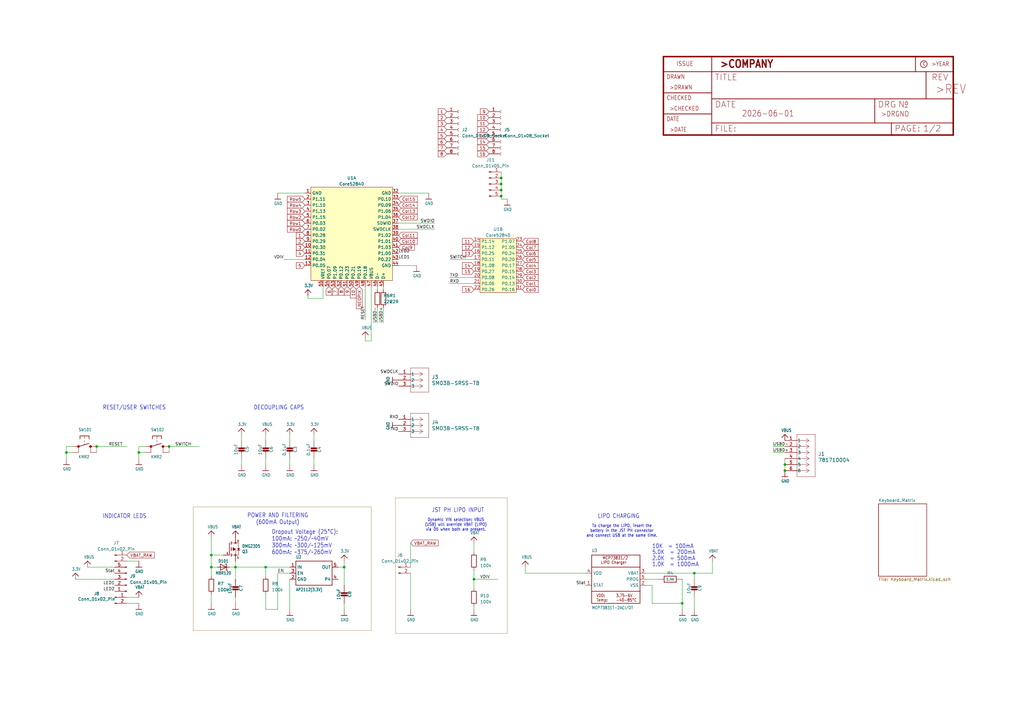
<source format=kicad_sch>
(kicad_sch (version 20231120) (generator "eeschema") (generator_version "8.0")
  (paper "User" 430.809 298.45)
  (junction (at 210.82 77.47))
  (junction (at 210.82 80.01))
  (junction (at 330.2 198.12))
  (junction (at 71.12 187.96))
  (junction (at 199.39 243.84))
  (junction (at 27.94 190.5))
  (junction (at 210.82 74.93))
  (junction (at 287.02 254))
  (junction (at 292.1 241.3))
  (junction (at 330.2 195.58))
  (junction (at 144.78 238.76))
  (junction (at 99.06 238.76))
  (junction (at 58.42 190.5))
  (junction (at 88.9 238.76))
  (junction (at 111.76 238.76))
  (junction (at 88.9 233.68))
  (junction (at 40.64 187.96))
  (junction (at 210.82 82.55))
  (wire (pts (xy 167.64 93.98) (xy 182.88 93.98)))
  (wire (pts (xy 71.12 187.96) (xy 83.82 187.96)) (stroke (width 0.1524)))
  (wire (pts (xy 153.67 143.51) (xy 153.67 142.24)))
  (wire (pts (xy 292.1 241.3) (xy 271.78 241.3)) (stroke (width 0.1524)))
  (wire (pts (xy 132.08 185.42) (xy 132.08 182.88)) (stroke (width 0.1524)))
  (wire (pts (xy 199.39 243.84) (xy 209.55 243.84)) (stroke (width 0.1524)))
  (wire (pts (xy 101.6 185.42) (xy 101.6 182.88)) (stroke (width 0.1524)))
  (wire (pts (xy 99.06 238.76) (xy 111.76 238.76)) (stroke (width 0.1524)))
  (wire (pts (xy 144.78 238.76) (xy 144.78 236.22)) (stroke (width 0.1524)))
  (wire (pts (xy 299.72 236.22) (xy 299.72 241.3)) (stroke (width 0.1524)))
  (wire (pts (xy 292.1 241.3) (xy 299.72 241.3)) (stroke (width 0.1524)))
  (wire (pts (xy 116.84 81.28) (xy 128.27 81.28)))
  (wire (pts (xy 88.9 238.76) (xy 88.9 242.57)) (stroke (width 0.1524)))
  (wire (pts (xy 210.82 77.47) (xy 210.82 80.01)))
  (wire (pts (xy 199.39 255.27) (xy 199.39 256.54)))
  (wire (pts (xy 116.84 256.54) (xy 111.76 256.54)) (stroke (width 0.1524)))
  (wire (pts (xy 99.06 236.22) (xy 99.06 238.76)) (stroke (width 0.1524)))
  (wire (pts (xy 60.96 190.5) (xy 58.42 190.5)) (stroke (width 0.1524)))
  (wire (pts (xy 210.82 80.01) (xy 210.82 82.55)))
  (wire (pts (xy 210.82 83.82) (xy 213.36 83.82)))
  (wire (pts (xy 129.54 125.73) (xy 135.89 125.73)))
  (wire (pts (xy 40.64 187.96) (xy 40.64 190.5)) (stroke (width 0.1524)))
  (wire (pts (xy 220.98 241.3) (xy 246.38 241.3)) (stroke (width 0.1524)))
  (wire (pts (xy 88.9 250.19) (xy 88.9 251.46)))
  (wire (pts (xy 53.34 236.22) (xy 58.42 236.22)))
  (wire (pts (xy 88.9 238.76) (xy 88.9 233.68)) (stroke (width 0.1524)))
  (wire (pts (xy 144.78 246.38) (xy 144.78 238.76)) (stroke (width 0.1524)))
  (wire (pts (xy 325.12 190.5) (xy 330.2 190.5)))
  (wire (pts (xy 158.75 135.89) (xy 158.75 132.08)) (stroke (width 0.1524)))
  (wire (pts (xy 121.92 193.04) (xy 121.92 195.58)) (stroke (width 0.1524)))
  (wire (pts (xy 119.38 109.22) (xy 128.27 109.22)))
  (wire (pts (xy 30.48 187.96) (xy 27.94 187.96)) (stroke (width 0.1524)))
  (wire (pts (xy 271.78 243.84) (xy 276.86 243.84)) (stroke (width 0.1524)))
  (wire (pts (xy 330.2 193.04) (xy 330.2 195.58)))
  (wire (pts (xy 153.67 143.51) (xy 156.21 143.51)))
  (wire (pts (xy 111.76 185.42) (xy 111.76 182.88)) (stroke (width 0.1524)))
  (wire (pts (xy 199.39 240.03) (xy 199.39 243.84)) (stroke (width 0.1524)))
  (wire (pts (xy 158.75 129.54) (xy 158.75 132.08)))
  (wire (pts (xy 271.78 246.38) (xy 274.32 246.38)) (stroke (width 0.1524)))
  (wire (pts (xy 71.12 187.96) (xy 71.12 190.5)) (stroke (width 0.1524)))
  (wire (pts (xy 156.21 120.65) (xy 156.21 143.51)))
  (wire (pts (xy 111.76 193.04) (xy 111.76 195.58)) (stroke (width 0.1524)))
  (wire (pts (xy 330.2 195.58) (xy 330.2 198.12)))
  (wire (pts (xy 30.48 190.5) (xy 27.94 190.5)) (stroke (width 0.1524)))
  (wire (pts (xy 53.34 254) (xy 58.42 254)))
  (wire (pts (xy 27.94 187.96) (xy 27.94 190.5)) (stroke (width 0.1524)))
  (wire (pts (xy 93.98 233.68) (xy 88.9 233.68)) (stroke (width 0.1524)))
  (wire (pts (xy 210.82 72.39) (xy 210.82 74.93)))
  (wire (pts (xy 142.24 238.76) (xy 144.78 238.76)) (stroke (width 0.1524)))
  (wire (pts (xy 88.9 233.68) (xy 88.9 226.06)) (stroke (width 0.1524)))
  (wire (pts (xy 167.64 96.52) (xy 182.88 96.52)))
  (wire (pts (xy 121.92 238.76) (xy 111.76 238.76)) (stroke (width 0.1524)))
  (wire (pts (xy 325.12 187.96) (xy 330.2 187.96)))
  (wire (pts (xy 121.92 243.84) (xy 121.92 256.54)) (stroke (width 0.1524)))
  (wire (pts (xy 96.52 238.76) (xy 99.06 238.76)) (stroke (width 0.1524)))
  (wire (pts (xy 199.39 243.84) (xy 199.39 247.65)) (stroke (width 0.1524)))
  (wire (pts (xy 58.42 251.46) (xy 53.34 251.46)))
  (wire (pts (xy 88.9 254) (xy 88.9 251.46)) (stroke (width 0.1524)))
  (wire (pts (xy 58.42 187.96) (xy 58.42 190.5)) (stroke (width 0.1524)))
  (wire (pts (xy 58.42 190.5) (xy 58.42 193.04)) (stroke (width 0.1524)))
  (wire (pts (xy 287.02 254) (xy 287.02 256.54)) (stroke (width 0.1524)))
  (wire (pts (xy 199.39 116.84) (xy 189.23 116.84)) (stroke (width 0.1524)))
  (wire (pts (xy 27.94 190.5) (xy 27.94 193.04)) (stroke (width 0.1524)))
  (wire (pts (xy 167.64 111.76) (xy 175.26 111.76)))
  (wire (pts (xy 199.39 119.38) (xy 189.23 119.38)) (stroke (width 0.1524)))
  (wire (pts (xy 111.76 256.54) (xy 111.76 251.46)) (stroke (width 0.1524)))
  (wire (pts (xy 158.75 121.92) (xy 158.75 120.65)))
  (wire (pts (xy 274.32 246.38) (xy 274.32 254)) (stroke (width 0.1524)))
  (wire (pts (xy 161.29 121.92) (xy 161.29 120.65)))
  (wire (pts (xy 121.92 241.3) (xy 116.84 241.3)) (stroke (width 0.1524)))
  (wire (pts (xy 60.96 187.96) (xy 58.42 187.96)) (stroke (width 0.1524)))
  (wire (pts (xy 36.83 238.76) (xy 48.26 238.76)))
  (wire (pts (xy 210.82 74.93) (xy 210.82 77.47)))
  (wire (pts (xy 161.29 132.08) (xy 161.29 135.89)) (stroke (width 0.1524)))
  (wire (pts (xy 111.76 238.76) (xy 111.76 242.57)) (stroke (width 0.1524)))
  (wire (pts (xy 172.72 241.3) (xy 172.72 256.54)))
  (wire (pts (xy 161.29 129.54) (xy 161.29 132.08)))
  (wire (pts (xy 99.06 251.46) (xy 99.06 254)) (stroke (width 0.1524)))
  (wire (pts (xy 121.92 185.42) (xy 121.92 182.88)) (stroke (width 0.1524)))
  (wire (pts (xy 153.67 120.65) (xy 153.67 134.62)))
  (wire (pts (xy 132.08 193.04) (xy 132.08 195.58)) (stroke (width 0.1524)))
  (wire (pts (xy 210.82 82.55) (xy 210.82 83.82)))
  (wire (pts (xy 292.1 251.46) (xy 292.1 256.54)) (stroke (width 0.1524)))
  (wire (pts (xy 135.89 125.73) (xy 135.89 120.65)))
  (wire (pts (xy 101.6 193.04) (xy 101.6 195.58)) (stroke (width 0.1524)))
  (wire (pts (xy 40.64 187.96) (xy 53.34 187.96)) (stroke (width 0.1524)))
  (wire (pts (xy 292.1 243.84) (xy 292.1 241.3)) (stroke (width 0.1524)))
  (wire (pts (xy 116.84 241.3) (xy 116.84 256.54)) (stroke (width 0.1524)))
  (wire (pts (xy 167.64 81.28) (xy 180.34 81.28)))
  (wire (pts (xy 287.02 243.84) (xy 287.02 254)) (stroke (width 0.1524)))
  (wire (pts (xy 220.98 238.76) (xy 220.98 241.3)) (stroke (width 0.1524)))
  (wire (pts (xy 199.39 228.6) (xy 199.39 232.41)) (stroke (width 0.1524)))
  (wire (pts (xy 31.75 243.84) (xy 48.26 243.84)))
  (wire (pts (xy 199.39 109.22) (xy 189.23 109.22)) (stroke (width 0.1524)))
  (wire (pts (xy 91.44 238.76) (xy 88.9 238.76)) (stroke (width 0.1524)))
  (wire (pts (xy 99.06 243.84) (xy 99.06 238.76)) (stroke (width 0.1524)))
  (wire (pts (xy 111.76 250.19) (xy 111.76 251.46)))
  (wire (pts (xy 172.72 228.6) (xy 172.72 238.76)))
  (wire (pts (xy 129.54 124.46) (xy 129.54 125.73)))
  (wire (pts (xy 274.32 254) (xy 287.02 254)) (stroke (width 0.1524)))
  (wire (pts (xy 144.78 254) (xy 144.78 256.54)) (stroke (width 0.1524)))
  (rectangle (start 81.28 213.36) (end 156.21 265.43) (stroke (width 0.1) (color 128 77 0 1)))
  (rectangle (start 166.37 209.55) (end 213.36 266.7) (stroke (width 0.1) (color 128 77 0 1)))
  (text "Dynamic VIN selection: VBUS\n(USB) will override VBAT (LIPO)\nvia D5 when both are present." (at 191.77 220.98 0) (effects (font (size 1.27 1.0795))))
  (text "To charge the LIPO, insert the\nbattery in the JST PH connector\nand connect USB at the same time." (at 261.62 223.52 0) (effects (font (size 1.27 1.0795))))
  (text "POWER AND FILTERING\n(600mA Output)" (at 116.84 220.98 0) (effects (font (size 1.778 1.5113)) (justify bottom)))
  (text "1.0K  = 1000mA" (at 274.32 238.76 0) (effects (font (size 1.778 1.5113)) (justify left bottom)))
  (text "INDICATOR LEDS" (at 43.18 218.44 0) (effects (font (size 1.778 1.5113)) (justify left bottom)))
  (text "5.0K  = 200mA" (at 274.32 233.68 0) (effects (font (size 1.778 1.5113)) (justify left bottom)))
  (text "LIPO CHARGING" (at 251.46 218.44 0) (effects (font (size 1.778 1.5113)) (justify left bottom)))
  (text "RESET/USER SWITCHES" (at 43.18 172.72 0) (effects (font (size 1.778 1.5113)) (justify left bottom)))
  (text "10K  = 100mA" (at 274.32 231.14 0) (effects (font (size 1.778 1.5113)) (justify left bottom)))
  (text "2.0K  = 500mA" (at 274.32 236.22 0) (effects (font (size 1.778 1.5113)) (justify left bottom)))
  (text "JST PH LIPO INPUT" (at 181.61 215.9 0) (effects (font (size 1.778 1.5113)) (justify left bottom)))
  (text "Dropout Voltage (25°C):\n100mA: ~250/~40mV\n300mA: ~300/~125mV\n600mA: ~375/~260mV" (at 114.3 233.68 0) (effects (font (size 1.778 1.5113)) (justify left bottom)))
  (text "DECOUPLING CAPS" (at 106.68 172.72 0) (effects (font (size 1.778 1.5113)) (justify left bottom)))
  (label "RXD" (at 189.23 119.38 0) (effects (font (size 1.2446 1.2446))))
  (label "USBD+" (at 161.29 135.89 90) (effects (font (size 1.2446 1.2446))))
  (label "TXD" (at 167.64 181.61 180) (effects (font (size 1.2446 1.2446))))
  (label "RESET" (at 153.67 134.62 90) (effects (font (size 1.2446 1.2446))))
  (label "TXD" (at 189.23 116.84 0) (effects (font (size 1.2446 1.2446))))
  (label "SWDCLK" (at 182.88 96.52 180))
  (label "LED1" (at 48.26 246.38 180) (effects (font (size 1.2446 1.2446))))
  (label "SWITCH" (at 189.23 109.22 0) (effects (font (size 1.2446 1.2446))))
  (label "VDIV" (at 201.93 243.84 0) (effects (font (size 1.2446 1.2446))))
  (label "RESET" (at 45.72 187.96 0) (effects (font (size 1.2446 1.2446))))
  (label "SWDIO" (at 182.88 93.98 180))
  (label "USBD-" (at 158.75 135.89 90) (effects (font (size 1.2446 1.2446))))
  (label "LED2" (at 167.64 106.68 0) (effects (font (size 1.2446 1.2446))))
  (label "USBD-" (at 325.12 187.96 0) (effects (font (size 1.2446 1.2446))))
  (label "USBD+" (at 325.12 190.5 0) (effects (font (size 1.2446 1.2446))))
  (label "SWITCH" (at 73.66 187.96 0) (effects (font (size 1.2446 1.2446))))
  (label "SWDIO" (at 167.64 162.56 180))
  (label "SWDCLK" (at 167.64 157.48 180))
  (label "EN" (at 116.84 241.3 0) (effects (font (size 1.2446 1.2446))))
  (label "LED2" (at 48.26 248.92 180) (effects (font (size 1.2446 1.2446))))
  (label "LED1" (at 167.64 109.22 0) (effects (font (size 1.2446 1.2446))))
  (label "RXD" (at 167.64 176.53 180) (effects (font (size 1.2446 1.2446))))
  (label "Stat" (at 48.26 241.3 180))
  (label "Stat" (at 246.38 246.38 180))
  (label "VDIV" (at 119.38 109.22 180) (effects (font (size 1.2446 1.2446))))
  (global_label "NEOPIX" (shape input) (at 151.13 120.65 270) (property "Intersheetrefs" "${INTERSHEET_REFS}" (effects (hide yes))))
  (global_label "Col6" (shape input) (at 219.71 106.68 0) (property "Intersheetrefs" "${INTERSHEET_REFS}" (effects (hide yes))))
  (global_label "15" (shape input) (at 205.74 62.23 180) (property "Intersheetrefs" "${INTERSHEET_REFS}" (effects (hide yes))))
  (global_label "Col14" (shape input) (at 167.64 86.36 0) (property "Intersheetrefs" "${INTERSHEET_REFS}" (effects (hide yes))))
  (global_label "8" (shape input) (at 187.96 64.77 180) (property "Intersheetrefs" "${INTERSHEET_REFS}" (effects (hide yes))))
  (global_label "Row4" (shape input) (at 128.27 86.36 180) (property "Intersheetrefs" "${INTERSHEET_REFS}" (effects (hide yes))))
  (global_label "9" (shape input) (at 205.74 46.99 180) (property "Intersheetrefs" "${INTERSHEET_REFS}" (effects (hide yes))))
  (global_label "6" (shape input) (at 187.96 59.69 180) (property "Intersheetrefs" "${INTERSHEET_REFS}" (effects (hide yes))))
  (global_label "Col8" (shape input) (at 219.71 101.6 0) (property "Intersheetrefs" "${INTERSHEET_REFS}" (effects (hide yes))))
  (global_label "16" (shape input) (at 205.74 64.77 180) (property "Intersheetrefs" "${INTERSHEET_REFS}" (effects (hide yes))))
  (global_label "16" (shape input) (at 199.39 121.92 180) (property "Intersheetrefs" "${INTERSHEET_REFS}" (effects (hide yes))))
  (global_label "Col15" (shape input) (at 167.64 83.82 0) (property "Intersheetrefs" "${INTERSHEET_REFS}" (effects (hide yes))))
  (global_label "1" (shape input) (at 187.96 46.99 180) (property "Intersheetrefs" "${INTERSHEET_REFS}" (effects (hide yes))))
  (global_label "Row1" (shape input) (at 128.27 93.98 180) (property "Intersheetrefs" "${INTERSHEET_REFS}" (effects (hide yes))))
  (global_label "6" (shape input) (at 138.43 120.65 270) (property "Intersheetrefs" "${INTERSHEET_REFS}" (effects (hide yes))))
  (global_label "Col13" (shape input) (at 167.64 88.9 0) (property "Intersheetrefs" "${INTERSHEET_REFS}" (effects (hide yes))))
  (global_label "Col5" (shape input) (at 219.71 109.22 0) (property "Intersheetrefs" "${INTERSHEET_REFS}" (effects (hide yes))))
  (global_label "11" (shape input) (at 205.74 52.07 180) (property "Intersheetrefs" "${INTERSHEET_REFS}" (effects (hide yes))))
  (global_label "5" (shape input) (at 128.27 111.76 180) (property "Intersheetrefs" "${INTERSHEET_REFS}" (effects (hide yes))))
  (global_label "Col11" (shape input) (at 167.64 99.06 0) (property "Intersheetrefs" "${INTERSHEET_REFS}" (effects (hide yes))))
  (global_label "13" (shape input) (at 199.39 106.68 180) (property "Intersheetrefs" "${INTERSHEET_REFS}" (effects (hide yes))))
  (global_label "Row5" (shape input) (at 128.27 83.82 180) (property "Intersheetrefs" "${INTERSHEET_REFS}" (effects (hide yes))))
  (global_label "9" (shape input) (at 146.05 120.65 270) (property "Intersheetrefs" "${INTERSHEET_REFS}" (effects (hide yes))))
  (global_label "13" (shape input) (at 205.74 57.15 180) (property "Intersheetrefs" "${INTERSHEET_REFS}" (effects (hide yes))))
  (global_label "Col12" (shape input) (at 167.64 91.44 0) (property "Intersheetrefs" "${INTERSHEET_REFS}" (effects (hide yes))))
  (global_label "Col3" (shape input) (at 219.71 114.3 0) (property "Intersheetrefs" "${INTERSHEET_REFS}" (effects (hide yes))))
  (global_label "Col10" (shape input) (at 167.64 101.6 0) (property "Intersheetrefs" "${INTERSHEET_REFS}" (effects (hide yes))))
  (global_label "Col0" (shape input) (at 219.71 121.92 0) (property "Intersheetrefs" "${INTERSHEET_REFS}" (effects (hide yes))))
  (global_label "2" (shape input) (at 187.96 49.53 180) (property "Intersheetrefs" "${INTERSHEET_REFS}" (effects (hide yes))))
  (global_label "8" (shape input) (at 143.51 120.65 270) (property "Intersheetrefs" "${INTERSHEET_REFS}" (effects (hide yes))))
  (global_label "11" (shape input) (at 199.39 101.6 180) (property "Intersheetrefs" "${INTERSHEET_REFS}" (effects (hide yes))))
  (global_label "2" (shape input) (at 128.27 101.6 180) (property "Intersheetrefs" "${INTERSHEET_REFS}" (effects (hide yes))))
  (global_label "10" (shape input) (at 148.59 120.65 270) (property "Intersheetrefs" "${INTERSHEET_REFS}" (effects (hide yes))))
  (global_label "1" (shape input) (at 128.27 99.06 180) (property "Intersheetrefs" "${INTERSHEET_REFS}" (effects (hide yes))))
  (global_label "Row2" (shape input) (at 128.27 91.44 180) (property "Intersheetrefs" "${INTERSHEET_REFS}" (effects (hide yes))))
  (global_label "4" (shape input) (at 128.27 106.68 180) (property "Intersheetrefs" "${INTERSHEET_REFS}" (effects (hide yes))))
  (global_label "Row3" (shape input) (at 128.27 88.9 180) (property "Intersheetrefs" "${INTERSHEET_REFS}" (effects (hide yes))))
  (global_label "7" (shape input) (at 140.97 120.65 270) (property "Intersheetrefs" "${INTERSHEET_REFS}" (effects (hide yes))))
  (global_label "12" (shape input) (at 199.39 104.14 180) (property "Intersheetrefs" "${INTERSHEET_REFS}" (effects (hide yes))))
  (global_label "7" (shape input) (at 187.96 62.23 180) (property "Intersheetrefs" "${INTERSHEET_REFS}" (effects (hide yes))))
  (global_label "15" (shape input) (at 199.39 114.3 180) (property "Intersheetrefs" "${INTERSHEET_REFS}" (effects (hide yes))))
  (global_label "14" (shape input) (at 205.74 59.69 180) (property "Intersheetrefs" "${INTERSHEET_REFS}" (effects (hide yes))))
  (global_label "5" (shape input) (at 187.96 57.15 180) (property "Intersheetrefs" "${INTERSHEET_REFS}" (effects (hide yes))))
  (global_label "Col1" (shape input) (at 219.71 119.38 0) (property "Intersheetrefs" "${INTERSHEET_REFS}" (effects (hide yes))))
  (global_label "14" (shape input) (at 199.39 111.76 180) (property "Intersheetrefs" "${INTERSHEET_REFS}" (effects (hide yes))))
  (global_label "VBAT_RAW" (shape input) (at 172.72 228.6 0) (property "Intersheetrefs" "${INTERSHEET_REFS}" (effects (hide yes))))
  (global_label "10" (shape input) (at 205.74 49.53 180) (property "Intersheetrefs" "${INTERSHEET_REFS}" (effects (hide yes))))
  (global_label "Col4" (shape input) (at 219.71 111.76 0) (property "Intersheetrefs" "${INTERSHEET_REFS}" (effects (hide yes))))
  (global_label "Col7" (shape input) (at 219.71 104.14 0) (property "Intersheetrefs" "${INTERSHEET_REFS}" (effects (hide yes))))
  (global_label "4" (shape input) (at 187.96 54.61 180) (property "Intersheetrefs" "${INTERSHEET_REFS}" (effects (hide yes))))
  (global_label "3" (shape input) (at 187.96 52.07 180) (property "Intersheetrefs" "${INTERSHEET_REFS}" (effects (hide yes))))
  (global_label "3" (shape input) (at 128.27 104.14 180) (property "Intersheetrefs" "${INTERSHEET_REFS}" (effects (hide yes))))
  (global_label "VBAT_RAW" (shape input) (at 53.34 233.68 0) (property "Intersheetrefs" "${INTERSHEET_REFS}" (effects (hide yes))))
  (global_label "Col2" (shape input) (at 219.71 116.84 0) (property "Intersheetrefs" "${INTERSHEET_REFS}" (effects (hide yes))))
  (global_label "Col9" (shape input) (at 167.64 104.14 0) (property "Intersheetrefs" "${INTERSHEET_REFS}" (effects (hide yes))))
  (global_label "Row0" (shape input) (at 128.27 96.52 180) (property "Intersheetrefs" "${INTERSHEET_REFS}" (effects (hide yes))))
  (global_label "12" (shape input) (at 205.74 54.61 180) (property "Intersheetrefs" "${INTERSHEET_REFS}" (effects (hide yes))))
  (symbol (lib_id "Adafruit nRF52840 Bluefruit Feather Express Rev D-eagle-import:MOSFET-P") (at 99.06 231.14 0) (mirror x) (unit 1)
    (property "Reference" "Q3" (at 101.854 231.521 0) (effects (font (size 1.27 1.0795)) (justify left bottom)))
    (property "Value" "DMG2305" (at 101.854 229.235 0) (effects (font (size 1.27 1.0795)) (justify left bottom)))
    (property "Footprint" "Adafruit nRF52840 Bluefruit Feather Express Rev D:SOT23-R" (effects (hide yes)))
  )
  (symbol (lib_id "Adafruit nRF52840 Bluefruit Feather Express Rev D-eagle-import:VBAT") (at 99.06 223.52 0) (unit 1)
    (property "Reference" "#U$043" (effects (hide yes)))
    (property "Value" "VBAT" (at 97.536 222.504 0) (effects (font (size 1.27 1.0795)) (justify left bottom)))
  )
  (symbol (lib_id "Adafruit nRF52840 Bluefruit Feather Express Rev D-eagle-import:GND") (at 99.06 256.54 0) (unit 1)
    (property "Reference" "#U$04" (effects (hide yes)))
    (property "Value" "GND" (at 97.536 259.08 0) (effects (font (size 1.27 1.0795)) (justify left bottom)))
  )
  (symbol (lib_id "Adafruit nRF52840 Bluefruit Feather Express Rev D-eagle-import:CAP_CERAMIC0603_NO") (at 132.08 187.96 180) (unit 1)
    (property "Reference" "C4" (at 134.37 189.21 90))
    (property "Value" "0.1uF" (at 129.78 189.21 90))
    (property "Footprint" "Adafruit nRF52840 Bluefruit Feather Express Rev D:0603-NO" (effects (hide yes)))
  )
  (symbol (lib_id "Adafruit nRF52840 Bluefruit Feather Express Rev D-eagle-import:VBAT") (at 58.42 248.92 0) (unit 1)
    (property "Reference" "#U$06" (effects (hide yes)))
    (property "Value" "VBAT" (at 56.896 247.904 0) (effects (font (size 1.27 1.0795)) (justify left bottom)))
  )
  (symbol (lib_id "2023-09-18_17-26-43:781710004") (at 330.2 185.42 0) (unit 1)
    (property "Reference" "J1" (at 344.17 191.135 0) (effects (font (size 1.524 1.524)) (justify left)))
    (property "Value" "781710004" (at 344.17 193.675 0) (effects (font (size 1.524 1.524)) (justify left)))
    (property "Footprint" "footprints:CON_781710004" (effects (hide yes)))
    (property "Datasheet" "781710004" (effects (hide yes)))
  )
  (symbol (lib_id "Connector:Conn_01x08_Socket") (at 210.82 54.61 0) (unit 1)
    (property "Reference" "J5" (at 212.09 54.6099 0) (effects (justify left)))
    (property "Value" "Conn_01x08_Socket" (at 212.09 57.1499 0) (effects (justify left)))
    (property "Footprint" "Connector_PinHeader_1.27mm:PinHeader_1x08_P1.27mm_Vertical" (effects (hide yes)))
    (property "Description" "Generic connector, single row, 01x08, script generated" (effects (hide yes)))
  )
  (symbol (lib_id "Adafruit nRF52840 Bluefruit Feather Express Rev D-eagle-import:GND") (at 58.42 238.76 0) (unit 1)
    (property "Reference" "#U$015" (effects (hide yes)))
    (property "Value" "GND" (at 56.896 241.3 0) (effects (font (size 1.27 1.0795)) (justify left bottom)))
  )
  (symbol (lib_id "Adafruit nRF52840 Bluefruit Feather Express Rev D-eagle-import:RESISTOR_0603_NOOUT") (at 281.94 243.84 0) (unit 1)
    (property "Reference" "R4" (at 281.94 241.3 0))
    (property "Value" "1.4k" (at 281.94 243.84 0) (effects (font (size 1.016 1.016) (bold yes))))
    (property "Footprint" "Adafruit nRF52840 Bluefruit Feather Express Rev D:0603-NO" (effects (hide yes)))
  )
  (symbol (lib_id "Adafruit nRF52840 Bluefruit Feather Express Rev D-eagle-import:GND") (at 199.39 259.08 0) (unit 1)
    (property "Reference" "#U$026" (effects (hide yes)))
    (property "Value" "GND" (at 197.866 261.62 0) (effects (font (size 1.27 1.0795)) (justify left bottom)))
  )
  (symbol (lib_id "Adafruit nRF52840 Bluefruit Feather Express Rev D-eagle-import:GND") (at 121.92 198.12 0) (unit 1)
    (property "Reference" "#U$034" (effects (hide yes)))
    (property "Value" "GND" (at 120.396 200.66 0) (effects (font (size 1.27 1.0795)) (justify left bottom)))
  )
  (symbol (lib_id "Adafruit nRF52840 Bluefruit Feather Express Rev D-eagle-import:VBUS") (at 220.98 236.22 0) (unit 1)
    (property "Reference" "#U$038" (effects (hide yes)))
    (property "Value" "VBUS" (at 219.456 235.204 0) (effects (font (size 1.27 1.0795)) (justify left bottom)))
  )
  (symbol (lib_id "Device:R") (at 199.39 236.22 0) (unit 1)
    (property "Reference" "R9" (at 201.93 235.585 0) (effects (justify left)))
    (property "Value" "100k" (at 201.93 238.125 0) (effects (justify left)))
    (property "Footprint" "Resistor_SMD:R_0603_1608Metric" (effects (hide yes)))
  )
  (symbol (lib_id "Device:R") (at 158.75 125.73 0) (unit 1)
    (property "Reference" "R6" (at 161.29 124.4599 0) (effects (justify left)))
    (property "Value" "22R" (at 161.29 126.9999 0) (effects (justify left)))
    (property "Footprint" "Resistor_SMD:R_0603_1608Metric" (effects (hide yes)))
    (property "Description" "Resistor" (effects (hide yes)))
  )
  (symbol (lib_id "2024-03-25_01-24-54:SM03B-SRSS-TB") (at 167.64 157.48 0) (unit 1)
    (property "Reference" "J3" (at 181.61 158.7499 0) (effects (font (size 1.524 1.524)) (justify left)))
    (property "Value" "SM03B-SRSS-TB" (at 181.61 161.2899 0) (effects (font (size 1.524 1.524)) (justify left)))
    (property "Footprint" "footprints:CONN_SM03B-SRSS-TB_JST" (effects (hide yes)))
    (property "Datasheet" "SM03B-SRSS-TB" (effects (hide yes)))
  )
  (symbol (lib_id "Device:R") (at 161.29 125.73 0) (unit 1)
    (property "Reference" "R1" (at 163.83 124.4599 0) (effects (justify left)))
    (property "Value" "22R" (at 163.83 126.9999 0) (effects (justify left)))
    (property "Footprint" "Resistor_SMD:R_0603_1608Metric" (effects (hide yes)))
    (property "Description" "Resistor" (effects (hide yes)))
  )
  (symbol (lib_id "Adafruit nRF52840 Bluefruit Feather Express Rev D-eagle-import:3.3V") (at 132.08 180.34 0) (unit 1)
    (property "Reference" "#U$035" (effects (hide yes)))
    (property "Value" "3.3V" (at 130.556 179.324 0) (effects (font (size 1.27 1.0795)) (justify left bottom)))
  )
  (symbol (lib_id "Adafruit nRF52840 Bluefruit Feather Express Rev D-eagle-import:GND") (at 330.2 200.66 0) (unit 1)
    (property "Reference" "#U$018" (effects (hide yes)))
    (property "Value" "GND" (at 328.676 203.2 0) (effects (font (size 1.27 1.0795)) (justify left bottom)))
  )
  (symbol (lib_id "Adafruit nRF52840 Bluefruit Feather Express Rev D-eagle-import:GND") (at 88.9 256.54 0) (unit 1)
    (property "Reference" "#U$044" (effects (hide yes)))
    (property "Value" "GND" (at 87.376 259.08 0) (effects (font (size 1.27 1.0795)) (justify left bottom)))
  )
  (symbol (lib_id "Adafruit nRF52840 Bluefruit Feather Express Rev D-eagle-import:VBAT") (at 199.39 226.06 0) (unit 1)
    (property "Reference" "#U$023" (effects (hide yes)))
    (property "Value" "VBAT" (at 197.866 225.044 0) (effects (font (size 1.27 1.0795)) (justify left bottom)))
  )
  (symbol (lib_id "Device:R") (at 199.39 251.46 0) (unit 1)
    (property "Reference" "R10" (at 201.93 250.825 0) (effects (justify left)))
    (property "Value" "100k" (at 201.93 253.365 0) (effects (justify left)))
    (property "Footprint" "Resistor_SMD:R_0603_1608Metric" (effects (hide yes)))
  )
  (symbol (lib_id "Adafruit nRF52840 Bluefruit Feather Express Rev D-eagle-import:FRAME_A3") (at 279.4 58.42 0) (unit 3)
    (property "Reference" "#FRAME1" (effects (hide yes)))
    (property "Value" "FRAME_A3" (effects (hide yes)))
  )
  (symbol (lib_id "Adafruit nRF52840 Bluefruit Feather Express Rev D-eagle-import:GND") (at 121.92 259.08 0) (unit 1)
    (property "Reference" "#U$030" (effects (hide yes)))
    (property "Value" "GND" (at 120.396 261.62 0) (effects (font (size 1.27 1.0795)) (justify left bottom)))
  )
  (symbol (lib_id "Adafruit nRF52840 Bluefruit Feather Express Rev D-eagle-import:3.3V") (at 144.78 233.68 0) (unit 1)
    (property "Reference" "#U$011" (effects (hide yes)))
    (property "Value" "3.3V" (at 143.256 232.664 0) (effects (font (size 1.27 1.0795)) (justify left bottom)))
  )
  (symbol (lib_id "Adafruit nRF52840 Bluefruit Feather Express Rev D-eagle-import:CAP_CERAMIC0805-NOOUTLINE") (at 99.06 246.38 180) (unit 1)
    (property "Reference" "C7" (at 101.35 247.63 90))
    (property "Value" "10uF" (at 96.76 247.63 90))
    (property "Footprint" "Adafruit nRF52840 Bluefruit Feather Express Rev D:0805-NO" (effects (hide yes)))
  )
  (symbol (lib_id "Adafruit nRF52840 Bluefruit Feather Express Rev D-eagle-import:CAP_CERAMIC0805-NOOUTLINE") (at 111.76 187.96 180) (unit 1)
    (property "Reference" "C6" (at 114.05 189.21 90))
    (property "Value" "10uF" (at 109.46 189.21 90))
    (property "Footprint" "Adafruit nRF52840 Bluefruit Feather Express Rev D:0805-NO" (effects (hide yes)))
  )
  (symbol (lib_id "Adafruit nRF52840 Bluefruit Feather Express Rev D-eagle-import:VBAT") (at 299.72 233.68 0) (unit 1)
    (property "Reference" "#U$03" (effects (hide yes)))
    (property "Value" "VBAT" (at 298.196 232.664 0) (effects (font (size 1.27 1.0795)) (justify left bottom)))
  )
  (symbol (lib_id "Connector:Conn_01x05_Pin") (at 205.74 77.47 0) (unit 1)
    (property "Reference" "J11" (at 206.375 67.31 0))
    (property "Value" "Conn_01x05_Pin" (at 206.375 69.85 0))
    (property "Footprint" "Connector_PinHeader_1.27mm:PinHeader_1x05_P1.27mm_Vertical" (effects (hide yes)))
    (property "Description" "Generic connector, single row, 01x05, script generated" (effects (hide yes)))
  )
  (symbol (lib_id "Adafruit nRF52840 Bluefruit Feather Express Rev D-eagle-import:3.3V") (at 101.6 180.34 0) (unit 1)
    (property "Reference" "#U$022" (effects (hide yes)))
    (property "Value" "3.3V" (at 100.076 179.324 0) (effects (font (size 1.27 1.0795)) (justify left bottom)))
  )
  (symbol (lib_id "Adafruit nRF52840 Bluefruit Feather Express Rev D-eagle-import:GND") (at 180.34 83.82 0) (unit 1)
    (property "Reference" "#U$021" (effects (hide yes)))
    (property "Value" "GND" (at 178.816 86.36 0) (effects (font (size 1.27 1.0795)) (justify left bottom)))
  )
  (symbol (lib_id "Adafruit nRF52840 Bluefruit Feather Express Rev D-eagle-import:GND") (at 172.72 259.08 0) (unit 1)
    (property "Reference" "#U$07" (effects (hide yes)))
    (property "Value" "GND" (at 171.196 261.62 0) (effects (font (size 1.27 1.0795)) (justify left bottom)))
  )
  (symbol (lib_id "Adafruit nRF52840 Bluefruit Feather Express Rev D-eagle-import:GND") (at 27.94 195.58 0) (unit 1)
    (property "Reference" "#U$02" (effects (hide yes)))
    (property "Value" "GND" (at 26.416 198.12 0) (effects (font (size 1.27 1.0795)) (justify left bottom)))
  )
  (symbol (lib_id "Device:R") (at 88.9 246.38 0) (unit 1)
    (property "Reference" "R7" (at 91.44 245.745 0) (effects (justify left)))
    (property "Value" "100k" (at 91.44 248.285 0) (effects (justify left)))
    (property "Footprint" "Resistor_SMD:R_0603_1608Metric" (effects (hide yes)))
  )
  (symbol (lib_id "Adafruit nRF52840 Bluefruit Feather Express Rev D-eagle-import:VBUS") (at 153.67 139.7 0) (unit 1)
    (property "Reference" "#U$017" (effects (hide yes)))
    (property "Value" "VBUS" (at 152.146 138.684 0) (effects (font (size 1.27 1.0795)) (justify left bottom)))
  )
  (symbol (lib_id "Adafruit nRF52840 Bluefruit Feather Express Rev D-eagle-import:GND") (at 111.76 198.12 0) (unit 1)
    (property "Reference" "#U$025" (effects (hide yes)))
    (property "Value" "GND" (at 110.236 200.66 0) (effects (font (size 1.27 1.0795)) (justify left bottom)))
  )
  (symbol (lib_id "Adafruit nRF52840 Bluefruit Feather Express Rev D-eagle-import:CAP_CERAMIC0805-NOOUTLINE") (at 101.6 187.96 180) (unit 1)
    (property "Reference" "C5" (at 103.89 189.21 90))
    (property "Value" "10uF" (at 99.3 189.21 90))
    (property "Footprint" "Adafruit nRF52840 Bluefruit Feather Express Rev D:0805-NO" (effects (hide yes)))
  )
  (symbol (lib_id "Adafruit nRF52840 Bluefruit Feather Express Rev D-eagle-import:GND") (at 116.84 83.82 0) (unit 1)
    (property "Reference" "#U$048" (effects (hide yes)))
    (property "Value" "GND" (at 115.316 86.36 0) (effects (font (size 1.27 1.0795)) (justify left bottom)))
  )
  (symbol (lib_id "Adafruit nRF52840 Bluefruit Feather Express Rev D-eagle-import:VBUS") (at 36.83 236.22 0) (unit 1)
    (property "Reference" "#U$037" (effects (hide yes)))
    (property "Value" "VBUS" (at 35.306 235.204 0) (effects (font (size 1.27 1.0795)) (justify left bottom)))
  )
  (symbol (lib_id "Adafruit nRF52840 Bluefruit Feather Express Rev D-eagle-import:GND") (at 58.42 195.58 0) (unit 1)
    (property "Reference" "#U$08" (effects (hide yes)))
    (property "Value" "GND" (at 56.896 198.12 0) (effects (font (size 1.27 1.0795)) (justify left bottom)))
  )
  (symbol (lib_id "Connector:Conn_01x02_Pin") (at 48.26 233.68 0) (unit 1)
    (property "Reference" "J7" (at 48.895 228.6 0))
    (property "Value" "Conn_01x02_Pin" (at 48.895 231.14 0))
    (property "Footprint" "JohnDeereLibrary:2_pad_connector" (effects (hide yes)))
    (property "Description" "Generic connector, single row, 01x02, script generated" (effects (hide yes)))
  )
  (symbol (lib_id "Adafruit nRF52840 Bluefruit Feather Express Rev D-eagle-import:VREG_SOT23-5") (at 132.08 241.3 0) (unit 1)
    (property "Reference" "U2" (at 124.46 235.204 0) (effects (font (size 1.27 1.0795)) (justify left bottom)))
    (property "Value" "AP2112(3.3V)" (at 124.46 248.92 0) (effects (font (size 1.27 1.0795)) (justify left bottom)))
    (property "Footprint" "Adafruit nRF52840 Bluefruit Feather Express Rev D:SOT23-5" (effects (hide yes)))
  )
  (symbol (lib_id "Adafruit nRF52840 Bluefruit Feather Express Rev D-eagle-import:SWITCH_TACT_SMT4.6X2.8") (at 66.04 187.96 0) (unit 1)
    (property "Reference" "SW102" (at 63.5 181.61 0) (effects (font (size 1.27 1.0795)) (justify left bottom)))
    (property "Value" "KMR2" (at 63.5 193.04 0) (effects (font (size 1.27 1.0795)) (justify left bottom)))
    (property "Footprint" "Adafruit nRF52840 Bluefruit Feather Express Rev D:BTN_KMR2_4.6X2.8" (effects (hide yes)))
  )
  (symbol (lib_id "Adafruit nRF52840 Bluefruit Feather Express Rev D-eagle-import:GND") (at 292.1 259.08 0) (unit 1)
    (property "Reference" "#U$033" (effects (hide yes)))
    (property "Value" "GND" (at 290.576 261.62 0) (effects (font (size 1.27 1.0795)) (justify left bottom)))
  )
  (symbol (lib_id "Adafruit nRF52840 Bluefruit Feather Express Rev D-eagle-import:GND") (at 213.36 86.36 0) (unit 1)
    (property "Reference" "#U$039" (effects (hide yes)))
    (property "Value" "GND" (at 211.836 88.9 0) (effects (font (size 1.27 1.0795)) (justify left bottom)))
  )
  (symbol (lib_id "Adafruit nRF52840 Bluefruit Feather Express Rev D-eagle-import:VBUS") (at 88.9 223.52 0) (unit 1)
    (property "Reference" "#U$013" (effects (hide yes)))
    (property "Value" "VBUS" (at 87.376 222.504 0) (effects (font (size 1.27 1.0795)) (justify left bottom)))
  )
  (symbol (lib_id "Adafruit nRF52840 Bluefruit Feather Express Rev D-eagle-import:GND") (at 58.42 256.54 0) (unit 1)
    (property "Reference" "#U$027" (effects (hide yes)))
    (property "Value" "GND" (at 56.896 259.08 0) (effects (font (size 1.27 1.0795)) (justify left bottom)))
  )
  (symbol (lib_id "Adafruit nRF52840 Bluefruit Feather Express Rev D-eagle-import:GND") (at 132.08 198.12 0) (unit 1)
    (property "Reference" "#U$031" (effects (hide yes)))
    (property "Value" "GND" (at 130.556 200.66 0) (effects (font (size 1.27 1.0795)) (justify left bottom)))
  )
  (symbol (lib_id "Connector:Conn_01x02_Pin") (at 167.64 238.76 0) (unit 1)
    (property "Reference" "J6" (at 168.275 233.68 0))
    (property "Value" "Conn_01x02_Pin" (at 168.275 236.22 0))
    (property "Footprint" "Connector_JST:JST_SH_BM02B-SRSS-TB_1x02-1MP_P1.00mm_Vertical" (effects (hide yes)))
    (property "Description" "Generic connector, single row, 01x02, script generated" (effects (hide yes)))
  )
  (symbol (lib_id "Adafruit nRF52840 Bluefruit Feather Express Rev D-eagle-import:GND") (at 144.78 259.08 0) (unit 1)
    (property "Reference" "#U$05" (effects (hide yes)))
    (property "Value" "GND" (at 143.256 261.62 0) (effects (font (size 1.27 1.0795)) (justify left bottom)))
  )
  (symbol (lib_id "Adafruit nRF52840 Bluefruit Feather Express Rev D-eagle-import:SWITCH_TACT_SMT4.6X2.8") (at 35.56 187.96 0) (unit 1)
    (property "Reference" "SW101" (at 33.02 181.61 0) (effects (font (size 1.27 1.0795)) (justify left bottom)))
    (property "Value" "KMR2" (at 33.02 193.04 0) (effects (font (size 1.27 1.0795)) (justify left bottom)))
    (property "Footprint" "Adafruit nRF52840 Bluefruit Feather Express Rev D:BTN_KMR2_4.6X2.8" (effects (hide yes)))
  )
  (symbol (lib_id "Adafruit nRF52840 Bluefruit Feather Express Rev D-eagle-import:VBUS") (at 330.2 182.88 0) (unit 1)
    (property "Reference" "#U$01" (effects (hide yes)))
    (property "Value" "VBUS" (at 328.676 181.864 0) (effects (font (size 1.27 1.0795)) (justify left bottom)))
  )
  (symbol (lib_id "Connector:Conn_01x05_Pin") (at 53.34 243.84 180) (unit 1)
    (property "Reference" "J9" (at 54.61 242.5699 0) (effects (justify right)))
    (property "Value" "Conn_01x05_Pin" (at 54.61 245.1099 0) (effects (justify right)))
    (property "Footprint" "JohnDeereLibrary:5_pad_connector" (effects (hide yes)))
    (property "Description" "Generic connector, single row, 01x05, script generated" (effects (hide yes)))
  )
  (symbol (lib_id "2024-03-25_01-24-54:SM03B-SRSS-TB") (at 167.64 176.53 0) (unit 1)
    (property "Reference" "J4" (at 181.61 177.7999 0) (effects (font (size 1.524 1.524)) (justify left)))
    (property "Value" "SM03B-SRSS-TB" (at 181.61 180.3399 0) (effects (font (size 1.524 1.524)) (justify left)))
    (property "Footprint" "footprints:CONN_SM03B-SRSS-TB_JST" (effects (hide yes)))
    (property "Datasheet" "SM03B-SRSS-TB" (effects (hide yes)))
  )
  (symbol (lib_id "Adafruit nRF52840 Bluefruit Feather Express Rev D-eagle-import:3.3V") (at 121.92 180.34 0) (unit 1)
    (property "Reference" "#U$032" (effects (hide yes)))
    (property "Value" "3.3V" (at 120.396 179.324 0) (effects (font (size 1.27 1.0795)) (justify left bottom)))
  )
  (symbol (lib_id "Connector:Conn_01x08_Socket") (at 193.04 54.61 0) (unit 1)
    (property "Reference" "J2" (at 194.31 54.6099 0) (effects (justify left)))
    (property "Value" "Conn_01x08_Socket" (at 194.31 57.1499 0) (effects (justify left)))
    (property "Footprint" "Connector_PinHeader_1.27mm:PinHeader_1x08_P1.27mm_Vertical" (effects (hide yes)))
    (property "Description" "Generic connector, single row, 01x08, script generated" (effects (hide yes)))
  )
  (symbol (lib_id "Adafruit nRF52840 Bluefruit Feather Express Rev D-eagle-import:CAP_CERAMIC0603_NO") (at 121.92 187.96 180) (unit 1)
    (property "Reference" "C3" (at 124.21 189.21 90))
    (property "Value" "0.1uF" (at 119.62 189.21 90))
    (property "Footprint" "Adafruit nRF52840 Bluefruit Feather Express Rev D:0603-NO" (effects (hide yes)))
  )
  (symbol (lib_id "Adafruit nRF52840 Bluefruit Feather Express Rev D-eagle-import:3.3V") (at 31.75 241.3 0) (unit 1)
    (property "Reference" "#U$028" (effects (hide yes)))
    (property "Value" "3.3V" (at 30.226 240.284 0) (effects (font (size 1.27 1.0795)) (justify left bottom)))
  )
  (symbol (lib_id "Adafruit nRF52840 Bluefruit Feather Express Rev D-eagle-import:GND") (at 165.1 160.02 270) (unit 1)
    (property "Reference" "#U$09" (effects (hide yes)))
    (property "Value" "GND" (at 162.56 158.496 0) (effects (font (size 1.27 1.0795)) (justify left bottom)))
  )
  (symbol (lib_id "Adafruit nRF52840 Bluefruit Feather Express Rev D-eagle-import:GND") (at 101.6 198.12 0) (unit 1)
    (property "Reference" "#U$042" (effects (hide yes)))
    (property "Value" "GND" (at 100.076 200.66 0) (effects (font (size 1.27 1.0795)) (justify left bottom)))
  )
  (symbol (lib_id "Adafruit nRF52840 Bluefruit Feather Express Rev D-eagle-import:DIODE-SCHOTTKYSOD-123") (at 93.98 238.76 0) (unit 1)
    (property "Reference" "D101" (at 93.98 236.22 0) (effects (font (size 1.27 1.0795))))
    (property "Value" "MBR120" (at 93.98 241.26 0) (effects (font (size 1.27 1.0795))))
    (property "Footprint" "Adafruit nRF52840 Bluefruit Feather Express Rev D:SOD-123" (effects (hide yes)))
  )
  (symbol (lib_id "Adafruit nRF52840 Bluefruit Feather Express Rev D-eagle-import:GND") (at 287.02 259.08 0) (unit 1)
    (property "Reference" "#U$036" (effects (hide yes)))
    (property "Value" "GND" (at 285.496 261.62 0) (effects (font (size 1.27 1.0795)) (justify left bottom)))
  )
  (symbol (lib_id "Adafruit nRF52840 Bluefruit Feather Express Rev D-eagle-import:3.3V") (at 129.54 121.92 0) (unit 1)
    (property "Reference" "#U$019" (effects (hide yes)))
    (property "Value" "3.3V" (at 128.016 120.904 0) (effects (font (size 1.27 1.0795)) (justify left bottom)))
  )
  (symbol (lib_id "Adafruit nRF52840 Bluefruit Feather Express Rev D-eagle-import:VBUS") (at 111.76 180.34 0) (unit 1)
    (property "Reference" "#U$029" (effects (hide yes)))
    (property "Value" "VBUS" (at 110.236 179.324 0) (effects (font (size 1.27 1.0795)) (justify left bottom)))
  )
  (symbol (lib_id "Adafruit nRF52840 Bluefruit Feather Express Rev D-eagle-import:GND") (at 165.1 179.07 270) (unit 1)
    (property "Reference" "#U$020" (effects (hide yes)))
    (property "Value" "GND" (at 162.56 177.546 0) (effects (font (size 1.27 1.0795)) (justify left bottom)))
  )
  (symbol (lib_id "Device:R") (at 111.76 246.38 0) (unit 1)
    (property "Reference" "R8" (at 114.3 245.745 0) (effects (justify left)))
    (property "Value" "100k" (at 114.3 248.285 0) (effects (justify left)))
    (property "Footprint" "Resistor_SMD:R_0603_1608Metric" (effects (hide yes)))
  )
  (symbol (lib_id "Adafruit nRF52840 Bluefruit Feather Express Rev D-eagle-import:CAP_CERAMIC0805-NOOUTLINE") (at 292.1 246.38 180) (unit 1)
    (property "Reference" "C9" (at 294.39 247.63 90))
    (property "Value" "10uF" (at 289.8 247.63 90))
    (property "Footprint" "Adafruit nRF52840 Bluefruit Feather Express Rev D:0805-NO" (effects (hide yes)))
  )
  (symbol (lib_id "Connector:Conn_01x02_Pin") (at 48.26 251.46 0) (unit 1)
    (property "Reference" "J8" (at 40.64 249.936 0))
    (property "Value" "Conn_01x02_Pin" (at 40.64 252.222 0))
    (property "Footprint" "JohnDeereLibrary:2_pad_connector" (effects (hide yes)))
    (property "Description" "Generic connector, single row, 01x02, script generated" (effects (hide yes)))
  )
  (symbol (lib_id "Adafruit nRF52840 Bluefruit Feather Express Rev D-eagle-import:MCP73831/2") (at 259.08 243.84 0) (unit 1)
    (property "Reference" "U3" (at 248.92 232.41 0) (effects (font (size 1.27 1.0795)) (justify left bottom)))
    (property "Value" "MCP73831T-2ACI/OT" (at 248.92 256.54 0) (effects (font (size 1.27 1.0795)) (justify left bottom)))
    (property "Footprint" "Adafruit nRF52840 Bluefruit Feather Express Rev D:SOT23-5" (effects (hide yes)))
  )
  (symbol (lib_id "JohnDeere:Core52480") (at 209.55 111.76 0) (unit 2)
    (property "Reference" "U1" (at 209.55 96.52 0))
    (property "Value" "Core52840" (at 209.55 99.06 0))
    (property "Footprint" "footprints:Core52840" (effects (hide yes)))
  )
  (symbol (lib_id "JohnDeere:Core52480") (at 148.59 95.25 0) (unit 1)
    (property "Reference" "U1" (at 147.955 74.93 0))
    (property "Value" "Core52840" (at 147.955 77.47 0))
    (property "Footprint" "footprints:Core52840" (effects (hide yes)))
  )
  (symbol (lib_id "Adafruit nRF52840 Bluefruit Feather Express Rev D-eagle-import:GND") (at 175.26 114.3 0) (unit 1)
    (property "Reference" "#U$024" (effects (hide yes)))
    (property "Value" "GND" (at 173.736 116.84 0) (effects (font (size 1.27 1.0795)) (justify left bottom)))
  )
  (symbol (lib_id "Adafruit nRF52840 Bluefruit Feather Express Rev D-eagle-import:CAP_CERAMIC0805-NOOUTLINE") (at 144.78 248.92 180) (unit 1)
    (property "Reference" "C8" (at 147.07 250.17 90))
    (property "Value" "10uF" (at 142.48 250.17 90))
    (property "Footprint" "Adafruit nRF52840 Bluefruit Feather Express Rev D:0805-NO" (effects (hide yes)))
  )
  (sheet (at 369.57 212.09) (size 20.32 30.48) (stroke (width 0.1524))
    (property "Sheetname" "Keyboard_Matrix" (at 369.57 211.3784 0) (effects (justify left bottom)))
    (property "Sheetfile" "Keyboard_Matrix.kicad_sch" (at 369.57 243.1546 0) (effects (justify left top)))
  )
)
</source>
